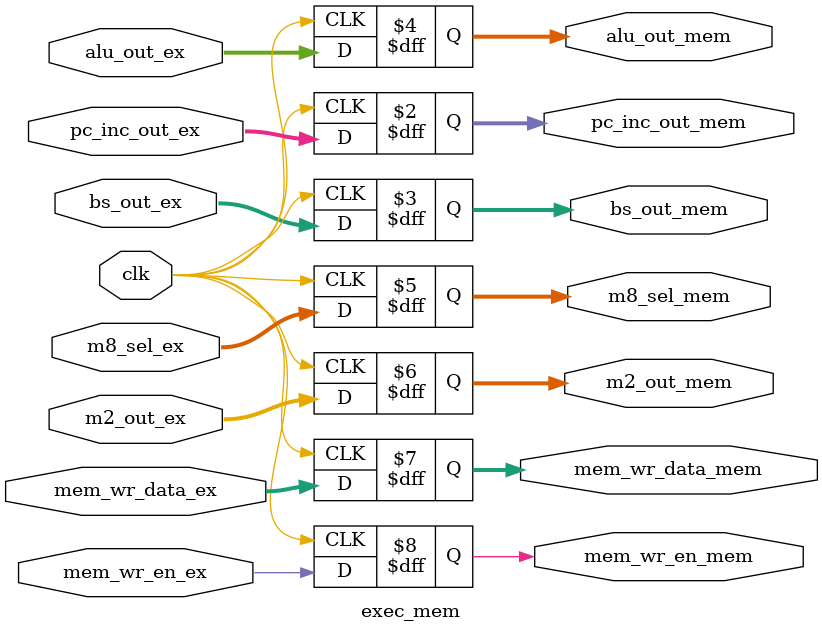
<source format=v>
module exec_mem(

	input clk,
	input [15:0] pc_inc_out_ex, bs_out_ex, alu_out_ex,
	input [1:0] m8_sel_ex, 
	input [2:0] m2_out_ex,
	input [15:0] mem_wr_data_ex,
	input mem_wr_en_ex,
	
	output reg [15:0] pc_inc_out_mem, bs_out_mem, alu_out_mem,
	output reg [1:0] m8_sel_mem, 
	output reg [2:0] m2_out_mem,
	output reg [15:0] mem_wr_data_mem,
	output reg mem_wr_en_mem

);
	
	always @ (posedge clk)
	begin
	
		pc_inc_out_mem		= pc_inc_out_ex;
		bs_out_mem			= bs_out_ex;
		alu_out_mem			= alu_out_ex;
		m8_sel_mem			= m8_sel_ex;
		m2_out_mem			= m2_out_ex;
		mem_wr_data_mem	= mem_wr_data_ex;
		mem_wr_en_mem		= mem_wr_en_ex;
		
	
	end

endmodule
</source>
